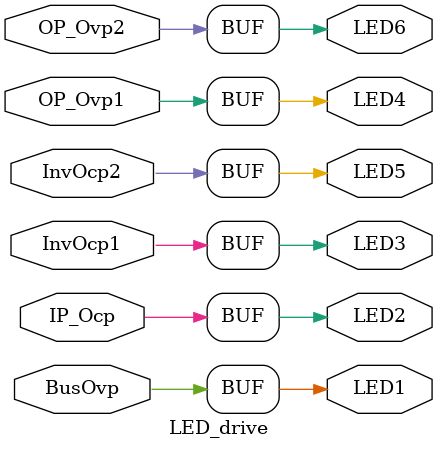
<source format=v>
module LED_drive(BusOvp,IP_Ocp,InvOcp1,OP_Ovp1,InvOcp2,OP_Ovp2,
                 LED1,LED2,LED3,LED4,LED5,LED6);
input BusOvp,IP_Ocp,InvOcp1,OP_Ovp1,InvOcp2,OP_Ovp2;
output LED1,LED2,LED3,LED4,LED5,LED6;

assign LED1=BusOvp; assign LED2=IP_Ocp; assign LED3=InvOcp1;
assign LED4=OP_Ovp1; assign LED5=InvOcp2; assign LED6=OP_Ovp2;

//assign LED1=1'b1; assign LED2=1'b1; assign LED3=1'b1;
//assign LED4=1'b1; assign LED5=1'b1; assign LED6=1'b1;

endmodule

</source>
